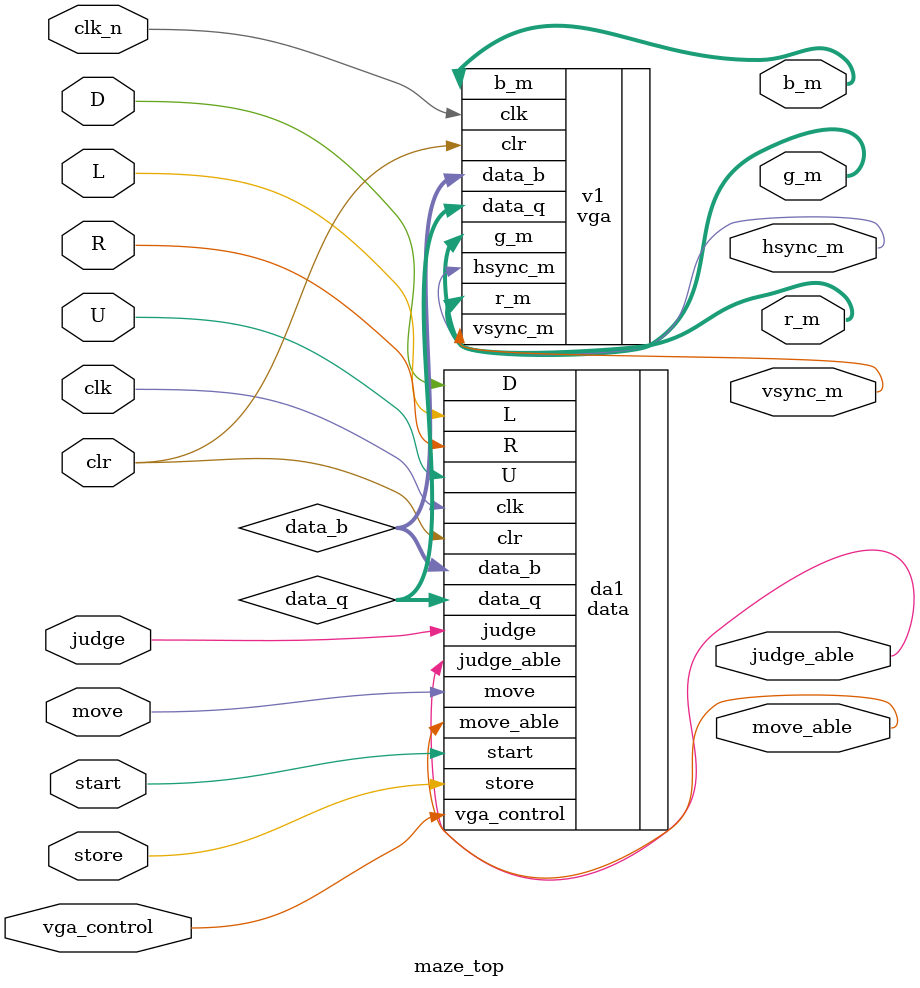
<source format=v>
`timescale 1ns / 1ps


module maze_top(
input clk,clr,move,store,start,judge,vga_control,clk_n,
input U,D,L,R,
output hsync_m,vsync_m,
output [3:0] r_m,g_m,b_m,
output move_able,judge_able
);

wire [799:0] data_q,data_b;
    
data da1(
.clk(clk),
.clr(clr),
.move(move),
.store(store),
.start(start),
.judge(judge),
.move_able(move_able),
.judge_able(judge_able),
.data_q(data_q),
.data_b(data_b),
.U(U),
.L(L),
.R(R),
.D(D),
.vga_control(vga_control)
);

vga v1(
.clk(clk_n),
.clr(clr),
.data_q(data_q),
.data_b(data_b),
.hsync_m(hsync_m),
.vsync_m(vsync_m),
.r_m(r_m),
.g_m(g_m),
.b_m(b_m)
);
endmodule

</source>
